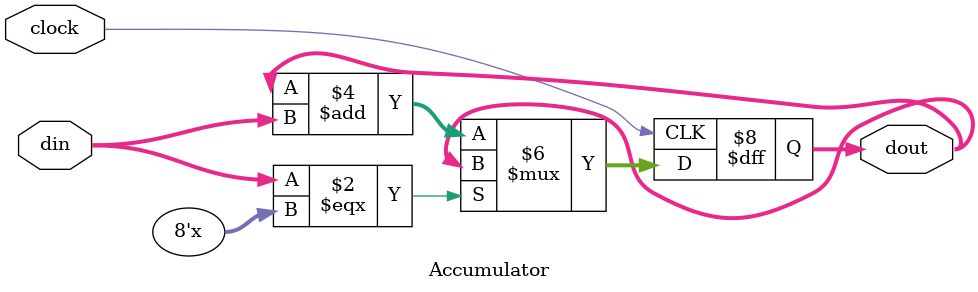
<source format=v>
module Accumulator(input clock, input [0:7] din, output reg [0:7] dout);

always @(posedge clock)
  if (!(din === 8'bxxxxxxxx))
  begin
    dout <= dout + din;
  end

initial
  dout <= 0;

endmodule

</source>
